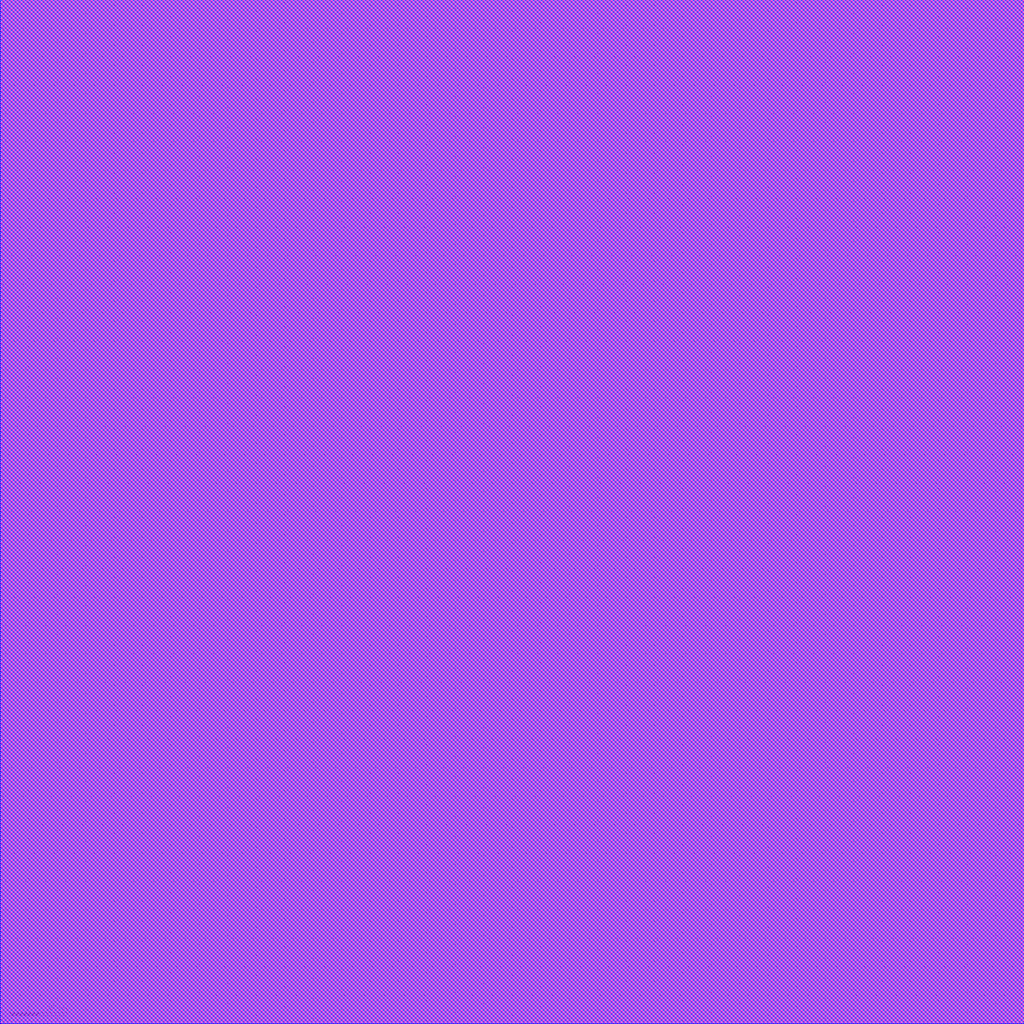
<source format=lef>
# Autogenerated file; please don't edit
# date: 2024-05-13 13:33:15.410823

########################################################################
#
# Copyright 2024 IHP PDK Authors
# 
# Licensed under the Apache License, Version 2.0 (the "License");
# you may not use this file except in compliance with the License.
# You may obtain a copy of the License at
# 
#    https://www.apache.org/licenses/LICENSE-2.0
# 
# Unless required by applicable law or agreed to in writing, software
# distributed under the License is distributed on an "AS IS" BASIS,
# WITHOUT WARRANTIES OR CONDITIONS OF ANY KIND, either express or implied.
# See the License for the specific language governing permissions and
# limitations under the License.
#
########################################################################

VERSION 5.7 ;

SITE sg13g2_ioSite
    CLASS PAD ;
    SYMMETRY R90 ;
    SIZE 1.00 BY 180.00 ;
END sg13g2_ioSite

MACRO sg13g2_Corner
    CLASS PAD SPACER ;
    ORIGIN 0.000 0.000 ;
    FOREIGN sg13g2_Corner 0.000 0.000 ;
    SIZE 180.000 BY 180.000 ;
    SYMMETRY X Y R90 ;
    SITE sg13g2_ioSite ;
  PIN iovdd
    DIRECTION INOUT ;
    USE POWER ;
  END iovdd
  PIN iovss
    DIRECTION INOUT ;
    USE GROUND ;
  END iovss
  PIN vdd
    DIRECTION INOUT ;
    USE POWER ;
  END vdd
  PIN vss
    DIRECTION INOUT ;
    USE GROUND ;
  END vss
  OBS
    LAYER Metal1 ;
      RECT 0.000 0.000 180.000 180.000 ;
    LAYER Metal2 ;
      RECT 0.000 0.000 180.000 180.000 ;
    LAYER Metal3 ;
      RECT 0.000 0.000 180.000 180.000 ;
    LAYER Metal4 ;
      RECT 0.000 0.000 180.000 180.000 ;
    LAYER Metal5 ;
      RECT 0.000 0.000 180.000 180.000 ;
    LAYER TopMetal1 ;
      RECT 0.000 0.000 180.000 180.000 ;
    LAYER TopMetal2 ;
      RECT 0.000 0.000 180.000 180.000 ;
    LAYER Via1 ;
      RECT 0.000 0.000 180.000 180.000 ;
    LAYER Via2 ;
      RECT 0.000 0.000 180.000 180.000 ;
  END
END sg13g2_Corner

MACRO sg13g2_Filler200
    CLASS PAD SPACER ;
    ORIGIN 0.000 0.000 ;
    FOREIGN sg13g2_Filler200 0.000 0.000 ;
    SIZE 1.000 BY 180.000 ;
    SYMMETRY X Y R90 ;
    SITE sg13g2_ioSite ;
  PIN iovdd
    DIRECTION INOUT ;
    USE POWER ;
  END iovdd
  PIN iovss
    DIRECTION INOUT ;
    USE GROUND ;
  END iovss
  PIN vdd
    DIRECTION INOUT ;
    USE POWER ;
  END vdd
  PIN vss
    DIRECTION INOUT ;
    USE GROUND ;
  END vss
  OBS
    LAYER Metal1 ;
      RECT 0.000 0.000 1.000 180.000 ;
    LAYER Metal2 ;
      RECT 0.000 0.000 1.000 180.000 ;
    LAYER Metal3 ;
      RECT 0.000 0.000 1.000 178.000 ;
    LAYER Metal4 ;
      RECT 0.000 0.000 1.000 178.000 ;
    LAYER Metal5 ;
      RECT 0.000 0.000 1.000 178.000 ;
    LAYER TopMetal1 ;
      RECT 0.000 0.000 1.000 178.000 ;
    LAYER TopMetal2 ;
      RECT 0.000 8.500 1.000 132.500 ;
    LAYER Via1 ;
      RECT 0.000 0.000 1.000 180.000 ;
    LAYER Via2 ;
      RECT 0.000 0.000 1.000 180.000 ;
  END
END sg13g2_Filler200

MACRO sg13g2_Filler400
    CLASS PAD SPACER ;
    ORIGIN 0.000 0.000 ;
    FOREIGN sg13g2_Filler400 0.000 0.000 ;
    SIZE 2.000 BY 180.000 ;
    SYMMETRY X Y R90 ;
    SITE sg13g2_ioSite ;
  PIN iovdd
    DIRECTION INOUT ;
    USE POWER ;
  END iovdd
  PIN iovss
    DIRECTION INOUT ;
    USE GROUND ;
  END iovss
  PIN vdd
    DIRECTION INOUT ;
    USE POWER ;
  END vdd
  PIN vss
    DIRECTION INOUT ;
    USE GROUND ;
  END vss
  OBS
    LAYER Metal1 ;
      RECT 0.000 0.000 2.000 180.000 ;
    LAYER Metal2 ;
      RECT 0.000 0.000 2.000 180.000 ;
    LAYER Metal3 ;
      RECT 0.000 0.000 2.000 178.000 ;
    LAYER Metal4 ;
      RECT 0.000 0.000 2.000 178.000 ;
    LAYER Metal5 ;
      RECT 0.000 0.000 2.000 178.000 ;
    LAYER TopMetal1 ;
      RECT 0.000 0.000 2.000 178.000 ;
    LAYER TopMetal2 ;
      RECT 0.000 8.500 2.000 132.500 ;
    LAYER Via1 ;
      RECT 0.000 0.000 2.000 180.000 ;
    LAYER Via2 ;
      RECT 0.000 0.000 2.000 180.000 ;
  END
END sg13g2_Filler400

MACRO sg13g2_Filler1000
    CLASS PAD SPACER ;
    ORIGIN 0.000 0.000 ;
    FOREIGN sg13g2_Filler1000 0.000 0.000 ;
    SIZE 5.000 BY 180.000 ;
    SYMMETRY X Y R90 ;
    SITE sg13g2_ioSite ;
  PIN iovdd
    DIRECTION INOUT ;
    USE POWER ;
  END iovdd
  PIN iovss
    DIRECTION INOUT ;
    USE GROUND ;
  END iovss
  PIN vdd
    DIRECTION INOUT ;
    USE POWER ;
  END vdd
  PIN vss
    DIRECTION INOUT ;
    USE GROUND ;
  END vss
  OBS
    LAYER Metal1 ;
      RECT 0.000 0.000 5.000 180.000 ;
    LAYER Metal2 ;
      RECT 0.000 0.000 5.000 180.000 ;
    LAYER Metal3 ;
      RECT 0.000 0.000 5.000 178.000 ;
    LAYER Metal4 ;
      RECT 0.000 0.000 5.000 178.000 ;
    LAYER Metal5 ;
      RECT 0.000 0.000 5.000 178.000 ;
    LAYER TopMetal1 ;
      RECT 0.000 0.000 5.000 178.000 ;
    LAYER TopMetal2 ;
      RECT 0.000 8.500 5.000 132.500 ;
    LAYER Via1 ;
      RECT 0.000 0.000 5.000 180.000 ;
    LAYER Via2 ;
      RECT 0.000 0.000 5.000 180.000 ;
  END
END sg13g2_Filler1000

MACRO sg13g2_Filler2000
    CLASS PAD SPACER ;
    ORIGIN 0.000 0.000 ;
    FOREIGN sg13g2_Filler2000 0.000 0.000 ;
    SIZE 10.000 BY 180.000 ;
    SYMMETRY X Y R90 ;
    SITE sg13g2_ioSite ;
  PIN iovdd
    DIRECTION INOUT ;
    USE POWER ;
  END iovdd
  PIN iovss
    DIRECTION INOUT ;
    USE GROUND ;
  END iovss
  PIN vdd
    DIRECTION INOUT ;
    USE POWER ;
  END vdd
  PIN vss
    DIRECTION INOUT ;
    USE GROUND ;
  END vss
  OBS
    LAYER Metal1 ;
      RECT 0.000 0.000 10.000 180.000 ;
    LAYER Metal2 ;
      RECT 0.000 0.000 10.000 180.000 ;
    LAYER Metal3 ;
      RECT 0.000 0.000 10.000 178.000 ;
    LAYER Metal4 ;
      RECT 0.000 0.000 10.000 178.000 ;
    LAYER Metal5 ;
      RECT 0.000 0.000 10.000 178.000 ;
    LAYER TopMetal1 ;
      RECT 0.000 0.000 10.000 178.000 ;
    LAYER TopMetal2 ;
      RECT 0.000 8.500 10.000 132.500 ;
    LAYER Via1 ;
      RECT 0.000 0.000 10.000 180.000 ;
    LAYER Via2 ;
      RECT 0.000 0.000 10.000 180.000 ;
  END
END sg13g2_Filler2000

MACRO sg13g2_Filler4000
    CLASS PAD SPACER ;
    ORIGIN 0.000 0.000 ;
    FOREIGN sg13g2_Filler4000 0.000 0.000 ;
    SIZE 20.000 BY 180.000 ;
    SYMMETRY X Y R90 ;
    SITE sg13g2_ioSite ;
  PIN iovdd
    DIRECTION INOUT ;
    USE POWER ;
  END iovdd
  PIN iovss
    DIRECTION INOUT ;
    USE GROUND ;
  END iovss
  PIN vdd
    DIRECTION INOUT ;
    USE POWER ;
  END vdd
  PIN vss
    DIRECTION INOUT ;
    USE GROUND ;
  END vss
  OBS
    LAYER Metal1 ;
      RECT 0.000 0.000 20.000 180.000 ;
    LAYER Metal2 ;
      RECT 0.000 0.000 20.000 180.000 ;
    LAYER Metal3 ;
      RECT 0.000 0.000 20.000 178.000 ;
    LAYER Metal4 ;
      RECT 0.000 0.000 20.000 178.000 ;
    LAYER Metal5 ;
      RECT 0.000 0.000 20.000 178.000 ;
    LAYER TopMetal1 ;
      RECT 0.000 0.000 20.000 178.000 ;
    LAYER TopMetal2 ;
      RECT 0.000 8.500 20.000 132.500 ;
    LAYER Via1 ;
      RECT 0.000 0.000 20.000 180.000 ;
    LAYER Via2 ;
      RECT 0.000 0.000 20.000 180.000 ;
  END
END sg13g2_Filler4000

MACRO sg13g2_Filler10000
    CLASS PAD SPACER ;
    ORIGIN 0.000 0.000 ;
    FOREIGN sg13g2_Filler10000 0.000 0.000 ;
    SIZE 50.000 BY 180.000 ;
    SYMMETRY X Y R90 ;
    SITE sg13g2_ioSite ;
  PIN iovdd
    DIRECTION INOUT ;
    USE POWER ;
  END iovdd
  PIN iovss
    DIRECTION INOUT ;
    USE GROUND ;
  END iovss
  PIN vdd
    DIRECTION INOUT ;
    USE POWER ;
  END vdd
  PIN vss
    DIRECTION INOUT ;
    USE GROUND ;
  END vss
  OBS
    LAYER Metal1 ;
      RECT 0.000 0.000 50.000 180.000 ;
    LAYER Metal2 ;
      RECT 0.000 0.000 50.000 180.000 ;
    LAYER Metal3 ;
      RECT 0.000 0.000 50.000 178.000 ;
    LAYER Metal4 ;
      RECT 0.000 0.000 50.000 178.000 ;
    LAYER Metal5 ;
      RECT 0.000 0.000 50.000 178.000 ;
    LAYER TopMetal1 ;
      RECT 0.000 0.000 50.000 178.000 ;
    LAYER TopMetal2 ;
      RECT 0.000 8.500 50.000 132.500 ;
    LAYER Via1 ;
      RECT 0.000 0.000 50.000 180.000 ;
    LAYER Via2 ;
      RECT 0.000 0.000 50.000 180.000 ;
  END
END sg13g2_Filler10000

MACRO sg13g2_IOPadIn
    CLASS PAD INPUT ;
    ORIGIN 0.000 0.000 ;
    FOREIGN sg13g2_IOPadIn 0.000 0.000 ;
    SIZE 80.000 BY 180.000 ;
    SYMMETRY X Y R90 ;
    SITE sg13g2_ioSite ;
  PIN iovdd
    DIRECTION INOUT ;
    USE POWER ;
  END iovdd
  PIN iovss
    DIRECTION INOUT ;
    USE GROUND ;
  END iovss
  PIN p2c
    DIRECTION OUTPUT ;
    USE SIGNAL ;
    PORT
      LAYER Metal2 ;
        RECT 39.830 157.810 40.120 180.000 ;
      LAYER Metal3 ;
        RECT 39.725 179.710 40.225 180.000 ;
    END
  END p2c
  PIN pad
    DIRECTION INOUT ;
    USE SIGNAL ;
    PORT
      LAYER Metal2 ;
        RECT 5.000 0.000 75.000 3.000 ;
      LAYER Metal3 ;
        RECT 5.000 0.000 75.000 3.000 ;
      LAYER Metal4 ;
        RECT 5.000 0.000 75.000 3.000 ;
      LAYER Metal5 ;
        RECT 5.000 0.000 75.000 3.000 ;
      LAYER TopMetal1 ;
        RECT 5.000 0.000 75.000 3.000 ;
      LAYER TopMetal2 ;
        RECT 5.000 0.000 75.000 3.000 ;
    END
  END pad
  PIN vdd
    DIRECTION INOUT ;
    USE POWER ;
  END vdd
  PIN vss
    DIRECTION INOUT ;
    USE GROUND ;
  END vss
  OBS
    LAYER Metal1 ;
      RECT 0.000 0.000 80.000 180.000 ;
    LAYER Metal2 ;
      RECT 0.000 0.000 80.000 180.000 ;
    LAYER Metal3 ;
      RECT 0.000 0.000 80.000 178.000 ;
    LAYER Metal4 ;
      RECT 0.000 0.000 80.000 178.000 ;
    LAYER Metal5 ;
      RECT 0.000 0.000 80.000 178.000 ;
    LAYER TopMetal1 ;
      RECT 0.000 0.000 80.000 178.000 ;
    LAYER TopMetal2 ;
      RECT 0.000 0.000 80.000 132.500 ;
    LAYER Via1 ;
      RECT 0.000 0.000 80.000 180.000 ;
    LAYER Via2 ;
      RECT 0.000 0.000 80.000 180.000 ;
  END
END sg13g2_IOPadIn

MACRO sg13g2_IOPadOut4mA
    CLASS PAD OUTPUT ;
    ORIGIN 0.000 0.000 ;
    FOREIGN sg13g2_IOPadOut4mA 0.000 0.000 ;
    SIZE 80.000 BY 180.000 ;
    SYMMETRY X Y R90 ;
    SITE sg13g2_ioSite ;
  PIN c2p
    DIRECTION INPUT ;
    USE SIGNAL ;
    PORT
      LAYER Metal2 ;
        RECT 38.145 167.000 41.855 180.000 ;
      LAYER Metal3 ;
        RECT 38.145 179.710 41.855 180.000 ;
    END
  END c2p
  PIN iovdd
    DIRECTION INOUT ;
    USE POWER ;
  END iovdd
  PIN iovss
    DIRECTION INOUT ;
    USE GROUND ;
  END iovss
  PIN pad
    DIRECTION INOUT ;
    USE SIGNAL ;
    PORT
      LAYER Metal2 ;
        RECT 5.000 0.000 75.000 3.000 ;
      LAYER Metal3 ;
        RECT 5.000 0.000 75.000 3.000 ;
      LAYER Metal4 ;
        RECT 5.000 0.000 75.000 3.000 ;
      LAYER Metal5 ;
        RECT 5.000 0.000 75.000 3.000 ;
      LAYER TopMetal1 ;
        RECT 5.000 0.000 75.000 3.000 ;
      LAYER TopMetal2 ;
        RECT 5.000 0.000 75.000 3.000 ;
    END
  END pad
  PIN vdd
    DIRECTION INOUT ;
    USE POWER ;
  END vdd
  PIN vss
    DIRECTION INOUT ;
    USE GROUND ;
  END vss
  OBS
    LAYER Metal1 ;
      RECT 0.000 0.000 80.000 180.000 ;
    LAYER Metal2 ;
      RECT 0.000 0.000 80.000 180.000 ;
    LAYER Metal3 ;
      RECT 0.000 0.000 80.000 178.000 ;
    LAYER Metal4 ;
      RECT 0.000 0.000 80.000 178.000 ;
    LAYER Metal5 ;
      RECT 0.000 0.000 80.000 178.000 ;
    LAYER TopMetal1 ;
      RECT 0.000 0.000 80.000 178.000 ;
    LAYER TopMetal2 ;
      RECT 0.000 0.000 80.000 132.500 ;
    LAYER Via1 ;
      RECT 0.000 0.000 80.000 180.000 ;
    LAYER Via2 ;
      RECT 0.000 0.000 80.000 180.000 ;
  END
END sg13g2_IOPadOut4mA

MACRO sg13g2_IOPadOut16mA
    CLASS PAD OUTPUT ;
    ORIGIN 0.000 0.000 ;
    FOREIGN sg13g2_IOPadOut16mA 0.000 0.000 ;
    SIZE 80.000 BY 180.000 ;
    SYMMETRY X Y R90 ;
    SITE sg13g2_ioSite ;
  PIN c2p
    DIRECTION INPUT ;
    USE SIGNAL ;
    PORT
      LAYER Metal2 ;
        RECT 38.145 167.000 41.855 180.000 ;
      LAYER Metal3 ;
        RECT 38.145 179.710 41.855 180.000 ;
    END
  END c2p
  PIN iovdd
    DIRECTION INOUT ;
    USE POWER ;
  END iovdd
  PIN iovss
    DIRECTION INOUT ;
    USE GROUND ;
  END iovss
  PIN pad
    DIRECTION INOUT ;
    USE SIGNAL ;
    PORT
      LAYER Metal2 ;
        RECT 5.000 0.000 75.000 3.000 ;
      LAYER Metal3 ;
        RECT 5.000 0.000 75.000 3.000 ;
      LAYER Metal4 ;
        RECT 5.000 0.000 75.000 3.000 ;
      LAYER Metal5 ;
        RECT 5.000 0.000 75.000 3.000 ;
      LAYER TopMetal1 ;
        RECT 5.000 0.000 75.000 3.000 ;
      LAYER TopMetal2 ;
        RECT 5.000 0.000 75.000 3.000 ;
    END
  END pad
  PIN vdd
    DIRECTION INOUT ;
    USE POWER ;
  END vdd
  PIN vss
    DIRECTION INOUT ;
    USE GROUND ;
  END vss
  OBS
    LAYER Metal1 ;
      RECT 0.000 0.000 80.000 180.000 ;
    LAYER Metal2 ;
      RECT 0.000 0.000 80.000 180.000 ;
    LAYER Metal3 ;
      RECT 0.000 0.000 80.000 178.000 ;
    LAYER Metal4 ;
      RECT 0.000 0.000 80.000 178.000 ;
    LAYER Metal5 ;
      RECT 0.000 0.000 80.000 178.000 ;
    LAYER TopMetal1 ;
      RECT 0.000 0.000 80.000 178.000 ;
    LAYER TopMetal2 ;
      RECT 0.000 0.000 80.000 132.500 ;
    LAYER Via1 ;
      RECT 0.000 0.000 80.000 180.000 ;
    LAYER Via2 ;
      RECT 0.000 0.000 80.000 180.000 ;
  END
END sg13g2_IOPadOut16mA

MACRO sg13g2_IOPadOut30mA
    CLASS PAD OUTPUT ;
    ORIGIN 0.000 0.000 ;
    FOREIGN sg13g2_IOPadOut30mA 0.000 0.000 ;
    SIZE 80.000 BY 180.000 ;
    SYMMETRY X Y R90 ;
    SITE sg13g2_ioSite ;
  PIN c2p
    DIRECTION INPUT ;
    USE SIGNAL ;
    PORT
      LAYER Metal2 ;
        RECT 38.145 167.000 41.855 180.000 ;
      LAYER Metal3 ;
        RECT 38.145 179.710 41.855 180.000 ;
    END
  END c2p
  PIN iovdd
    DIRECTION INOUT ;
    USE POWER ;
  END iovdd
  PIN iovss
    DIRECTION INOUT ;
    USE GROUND ;
  END iovss
  PIN pad
    DIRECTION INOUT ;
    USE SIGNAL ;
    PORT
      LAYER Metal2 ;
        RECT 5.000 0.000 75.000 3.000 ;
      LAYER Metal3 ;
        RECT 5.000 0.000 75.000 3.000 ;
      LAYER Metal4 ;
        RECT 5.000 0.000 75.000 3.000 ;
      LAYER Metal5 ;
        RECT 5.000 0.000 75.000 3.000 ;
      LAYER TopMetal1 ;
        RECT 5.000 0.000 75.000 3.000 ;
      LAYER TopMetal2 ;
        RECT 5.000 0.000 75.000 3.000 ;
    END
  END pad
  PIN vdd
    DIRECTION INOUT ;
    USE POWER ;
  END vdd
  PIN vss
    DIRECTION INOUT ;
    USE GROUND ;
  END vss
  OBS
    LAYER Metal1 ;
      RECT 0.000 0.000 80.000 180.000 ;
    LAYER Metal2 ;
      RECT 0.000 0.000 80.000 180.000 ;
    LAYER Metal3 ;
      RECT 0.000 0.000 80.000 178.000 ;
    LAYER Metal4 ;
      RECT 0.000 0.000 80.000 178.000 ;
    LAYER Metal5 ;
      RECT 0.000 0.000 80.000 178.000 ;
    LAYER TopMetal1 ;
      RECT 0.000 0.000 80.000 178.000 ;
    LAYER TopMetal2 ;
      RECT 0.000 0.000 80.000 132.500 ;
    LAYER Via1 ;
      RECT 0.000 0.000 80.000 180.000 ;
    LAYER Via2 ;
      RECT 0.000 0.000 80.000 180.000 ;
  END
END sg13g2_IOPadOut30mA

MACRO sg13g2_IOPadTriOut4mA
    CLASS PAD OUTPUT ;
    ORIGIN 0.000 0.000 ;
    FOREIGN sg13g2_IOPadTriOut4mA 0.000 0.000 ;
    SIZE 80.000 BY 180.000 ;
    SYMMETRY X Y R90 ;
    SITE sg13g2_ioSite ;
  PIN c2p
    DIRECTION INPUT ;
    USE SIGNAL ;
    PORT
      LAYER Metal2 ;
        RECT 38.330 178.090 38.620 180.000 ;
      LAYER Metal3 ;
        RECT 38.225 179.710 38.725 180.000 ;
    END
  END c2p
  PIN c2p_en
    DIRECTION INPUT ;
    USE SIGNAL ;
    PORT
      LAYER Metal2 ;
        RECT 41.380 174.045 41.670 180.000 ;
      LAYER Metal3 ;
        RECT 41.275 179.710 41.775 180.000 ;
    END
  END c2p_en
  PIN iovdd
    DIRECTION INOUT ;
    USE POWER ;
  END iovdd
  PIN iovss
    DIRECTION INOUT ;
    USE GROUND ;
  END iovss
  PIN pad
    DIRECTION INOUT ;
    USE SIGNAL ;
    PORT
      LAYER Metal2 ;
        RECT 5.000 0.000 75.000 3.000 ;
      LAYER Metal3 ;
        RECT 5.000 0.000 75.000 3.000 ;
      LAYER Metal4 ;
        RECT 5.000 0.000 75.000 3.000 ;
      LAYER Metal5 ;
        RECT 5.000 0.000 75.000 3.000 ;
      LAYER TopMetal1 ;
        RECT 5.000 0.000 75.000 3.000 ;
      LAYER TopMetal2 ;
        RECT 5.000 0.000 75.000 3.000 ;
    END
  END pad
  PIN vdd
    DIRECTION INOUT ;
    USE POWER ;
  END vdd
  PIN vss
    DIRECTION INOUT ;
    USE GROUND ;
  END vss
  OBS
    LAYER Metal1 ;
      RECT 0.000 0.000 80.000 180.000 ;
    LAYER Metal2 ;
      RECT 0.000 0.000 80.000 180.000 ;
    LAYER Metal3 ;
      RECT 0.000 0.000 80.000 178.000 ;
    LAYER Metal4 ;
      RECT 0.000 0.000 80.000 178.000 ;
    LAYER Metal5 ;
      RECT 0.000 0.000 80.000 178.000 ;
    LAYER TopMetal1 ;
      RECT 0.000 0.000 80.000 178.000 ;
    LAYER TopMetal2 ;
      RECT 0.000 0.000 80.000 132.500 ;
    LAYER Via1 ;
      RECT 0.000 0.000 80.000 180.000 ;
    LAYER Via2 ;
      RECT 0.000 0.000 80.000 180.000 ;
  END
END sg13g2_IOPadTriOut4mA

MACRO sg13g2_IOPadTriOut16mA
    CLASS PAD OUTPUT ;
    ORIGIN 0.000 0.000 ;
    FOREIGN sg13g2_IOPadTriOut16mA 0.000 0.000 ;
    SIZE 80.000 BY 180.000 ;
    SYMMETRY X Y R90 ;
    SITE sg13g2_ioSite ;
  PIN c2p
    DIRECTION INPUT ;
    USE SIGNAL ;
    PORT
      LAYER Metal2 ;
        RECT 38.330 178.090 38.620 180.000 ;
      LAYER Metal3 ;
        RECT 38.225 179.710 38.725 180.000 ;
    END
  END c2p
  PIN c2p_en
    DIRECTION INPUT ;
    USE SIGNAL ;
    PORT
      LAYER Metal2 ;
        RECT 41.380 174.045 41.670 180.000 ;
      LAYER Metal3 ;
        RECT 41.275 179.710 41.775 180.000 ;
    END
  END c2p_en
  PIN iovdd
    DIRECTION INOUT ;
    USE POWER ;
  END iovdd
  PIN iovss
    DIRECTION INOUT ;
    USE GROUND ;
  END iovss
  PIN pad
    DIRECTION INOUT ;
    USE SIGNAL ;
    PORT
      LAYER Metal2 ;
        RECT 5.000 0.000 75.000 3.000 ;
      LAYER Metal3 ;
        RECT 5.000 0.000 75.000 3.000 ;
      LAYER Metal4 ;
        RECT 5.000 0.000 75.000 3.000 ;
      LAYER Metal5 ;
        RECT 5.000 0.000 75.000 3.000 ;
      LAYER TopMetal1 ;
        RECT 5.000 0.000 75.000 3.000 ;
      LAYER TopMetal2 ;
        RECT 5.000 0.000 75.000 3.000 ;
    END
  END pad
  PIN vdd
    DIRECTION INOUT ;
    USE POWER ;
  END vdd
  PIN vss
    DIRECTION INOUT ;
    USE GROUND ;
  END vss
  OBS
    LAYER Metal1 ;
      RECT 0.000 0.000 80.000 180.000 ;
    LAYER Metal2 ;
      RECT 0.000 0.000 80.000 180.000 ;
    LAYER Metal3 ;
      RECT 0.000 0.000 80.000 178.000 ;
    LAYER Metal4 ;
      RECT 0.000 0.000 80.000 178.000 ;
    LAYER Metal5 ;
      RECT 0.000 0.000 80.000 178.000 ;
    LAYER TopMetal1 ;
      RECT 0.000 0.000 80.000 178.000 ;
    LAYER TopMetal2 ;
      RECT 0.000 0.000 80.000 132.500 ;
    LAYER Via1 ;
      RECT 0.000 0.000 80.000 180.000 ;
    LAYER Via2 ;
      RECT 0.000 0.000 80.000 180.000 ;
  END
END sg13g2_IOPadTriOut16mA

MACRO sg13g2_IOPadTriOut30mA
    CLASS PAD OUTPUT ;
    ORIGIN 0.000 0.000 ;
    FOREIGN sg13g2_IOPadTriOut30mA 0.000 0.000 ;
    SIZE 80.000 BY 180.000 ;
    SYMMETRY X Y R90 ;
    SITE sg13g2_ioSite ;
  PIN c2p
    DIRECTION INPUT ;
    USE SIGNAL ;
    PORT
      LAYER Metal2 ;
        RECT 38.330 178.090 38.620 180.000 ;
      LAYER Metal3 ;
        RECT 38.225 179.710 38.725 180.000 ;
    END
  END c2p
  PIN c2p_en
    DIRECTION INPUT ;
    USE SIGNAL ;
    PORT
      LAYER Metal2 ;
        RECT 41.380 174.045 41.670 180.000 ;
      LAYER Metal3 ;
        RECT 41.275 179.710 41.775 180.000 ;
    END
  END c2p_en
  PIN iovdd
    DIRECTION INOUT ;
    USE POWER ;
  END iovdd
  PIN iovss
    DIRECTION INOUT ;
    USE GROUND ;
  END iovss
  PIN pad
    DIRECTION INOUT ;
    USE SIGNAL ;
    PORT
      LAYER Metal2 ;
        RECT 5.000 0.000 75.000 3.000 ;
      LAYER Metal3 ;
        RECT 5.000 0.000 75.000 3.000 ;
      LAYER Metal4 ;
        RECT 5.000 0.000 75.000 3.000 ;
      LAYER Metal5 ;
        RECT 5.000 0.000 75.000 3.000 ;
      LAYER TopMetal1 ;
        RECT 5.000 0.000 75.000 3.000 ;
      LAYER TopMetal2 ;
        RECT 5.000 0.000 75.000 3.000 ;
    END
  END pad
  PIN vdd
    DIRECTION INOUT ;
    USE POWER ;
  END vdd
  PIN vss
    DIRECTION INOUT ;
    USE GROUND ;
  END vss
  OBS
    LAYER Metal1 ;
      RECT 0.000 0.000 80.000 180.000 ;
    LAYER Metal2 ;
      RECT 0.000 0.000 80.000 180.000 ;
    LAYER Metal3 ;
      RECT 0.000 0.000 80.000 178.000 ;
    LAYER Metal4 ;
      RECT 0.000 0.000 80.000 178.000 ;
    LAYER Metal5 ;
      RECT 0.000 0.000 80.000 178.000 ;
    LAYER TopMetal1 ;
      RECT 0.000 0.000 80.000 178.000 ;
    LAYER TopMetal2 ;
      RECT 0.000 0.000 80.000 132.500 ;
    LAYER Via1 ;
      RECT 0.000 0.000 80.000 180.000 ;
    LAYER Via2 ;
      RECT 0.000 0.000 80.000 180.000 ;
  END
END sg13g2_IOPadTriOut30mA

MACRO sg13g2_IOPadInOut4mA
    CLASS PAD INOUT ;
    ORIGIN 0.000 0.000 ;
    FOREIGN sg13g2_IOPadInOut4mA 0.000 0.000 ;
    SIZE 80.000 BY 180.000 ;
    SYMMETRY X Y R90 ;
    SITE sg13g2_ioSite ;
  PIN c2p
    DIRECTION INPUT ;
    USE SIGNAL ;
    PORT
      LAYER Metal2 ;
        RECT 18.330 178.090 18.620 180.000 ;
      LAYER Metal3 ;
        RECT 18.225 179.710 18.725 180.000 ;
    END
  END c2p
  PIN c2p_en
    DIRECTION INPUT ;
    USE SIGNAL ;
    PORT
      LAYER Metal2 ;
        RECT 21.380 174.045 21.670 180.000 ;
      LAYER Metal3 ;
        RECT 21.275 179.710 21.775 180.000 ;
    END
  END c2p_en
  PIN iovdd
    DIRECTION INOUT ;
    USE POWER ;
  END iovdd
  PIN iovss
    DIRECTION INOUT ;
    USE GROUND ;
  END iovss
  PIN p2c
    DIRECTION OUTPUT ;
    USE SIGNAL ;
    PORT
      LAYER Metal2 ;
        RECT 59.830 157.810 60.120 180.000 ;
      LAYER Metal3 ;
        RECT 59.725 179.710 60.225 180.000 ;
    END
  END p2c
  PIN pad
    DIRECTION INOUT ;
    USE SIGNAL ;
    PORT
      LAYER Metal2 ;
        RECT 5.000 0.000 75.000 3.000 ;
      LAYER Metal3 ;
        RECT 5.000 0.000 75.000 3.000 ;
      LAYER Metal4 ;
        RECT 5.000 0.000 75.000 3.000 ;
      LAYER Metal5 ;
        RECT 5.000 0.000 75.000 3.000 ;
      LAYER TopMetal1 ;
        RECT 5.000 0.000 75.000 3.000 ;
      LAYER TopMetal2 ;
        RECT 5.000 0.000 75.000 3.000 ;
    END
  END pad
  PIN vdd
    DIRECTION INOUT ;
    USE POWER ;
  END vdd
  PIN vss
    DIRECTION INOUT ;
    USE GROUND ;
  END vss
  OBS
    LAYER Metal1 ;
      RECT 0.000 0.000 80.000 180.000 ;
    LAYER Metal2 ;
      RECT 0.000 0.000 80.000 180.000 ;
    LAYER Metal3 ;
      RECT 0.000 0.000 80.000 178.000 ;
    LAYER Metal4 ;
      RECT 0.000 0.000 80.000 178.000 ;
    LAYER Metal5 ;
      RECT 0.000 0.000 80.000 178.000 ;
    LAYER TopMetal1 ;
      RECT 0.000 0.000 80.000 178.000 ;
    LAYER TopMetal2 ;
      RECT 0.000 0.000 80.000 132.500 ;
    LAYER Via1 ;
      RECT 0.000 0.000 80.000 180.000 ;
    LAYER Via2 ;
      RECT 0.000 0.000 80.000 180.000 ;
  END
END sg13g2_IOPadInOut4mA

MACRO sg13g2_IOPadInOut16mA
    CLASS PAD INOUT ;
    ORIGIN 0.000 0.000 ;
    FOREIGN sg13g2_IOPadInOut16mA 0.000 0.000 ;
    SIZE 80.000 BY 180.000 ;
    SYMMETRY X Y R90 ;
    SITE sg13g2_ioSite ;
  PIN c2p
    DIRECTION INPUT ;
    USE SIGNAL ;
    PORT
      LAYER Metal2 ;
        RECT 18.330 178.090 18.620 180.000 ;
      LAYER Metal3 ;
        RECT 18.225 179.710 18.725 180.000 ;
    END
  END c2p
  PIN c2p_en
    DIRECTION INPUT ;
    USE SIGNAL ;
    PORT
      LAYER Metal2 ;
        RECT 21.380 174.045 21.670 180.000 ;
      LAYER Metal3 ;
        RECT 21.275 179.710 21.775 180.000 ;
    END
  END c2p_en
  PIN iovdd
    DIRECTION INOUT ;
    USE POWER ;
  END iovdd
  PIN iovss
    DIRECTION INOUT ;
    USE GROUND ;
  END iovss
  PIN p2c
    DIRECTION OUTPUT ;
    USE SIGNAL ;
    PORT
      LAYER Metal2 ;
        RECT 59.830 157.810 60.120 180.000 ;
      LAYER Metal3 ;
        RECT 59.725 179.710 60.225 180.000 ;
    END
  END p2c
  PIN pad
    DIRECTION INOUT ;
    USE SIGNAL ;
    PORT
      LAYER Metal2 ;
        RECT 5.000 0.000 75.000 3.000 ;
      LAYER Metal3 ;
        RECT 5.000 0.000 75.000 3.000 ;
      LAYER Metal4 ;
        RECT 5.000 0.000 75.000 3.000 ;
      LAYER Metal5 ;
        RECT 5.000 0.000 75.000 3.000 ;
      LAYER TopMetal1 ;
        RECT 5.000 0.000 75.000 3.000 ;
      LAYER TopMetal2 ;
        RECT 5.000 0.000 75.000 3.000 ;
    END
  END pad
  PIN vdd
    DIRECTION INOUT ;
    USE POWER ;
  END vdd
  PIN vss
    DIRECTION INOUT ;
    USE GROUND ;
  END vss
  OBS
    LAYER Metal1 ;
      RECT 0.000 0.000 80.000 180.000 ;
    LAYER Metal2 ;
      RECT 0.000 0.000 80.000 180.000 ;
    LAYER Metal3 ;
      RECT 0.000 0.000 80.000 178.000 ;
    LAYER Metal4 ;
      RECT 0.000 0.000 80.000 178.000 ;
    LAYER Metal5 ;
      RECT 0.000 0.000 80.000 178.000 ;
    LAYER TopMetal1 ;
      RECT 0.000 0.000 80.000 178.000 ;
    LAYER TopMetal2 ;
      RECT 0.000 0.000 80.000 132.500 ;
    LAYER Via1 ;
      RECT 0.000 0.000 80.000 180.000 ;
    LAYER Via2 ;
      RECT 0.000 0.000 80.000 180.000 ;
  END
END sg13g2_IOPadInOut16mA

MACRO sg13g2_IOPadInOut30mA
    CLASS PAD INOUT ;
    ORIGIN 0.000 0.000 ;
    FOREIGN sg13g2_IOPadInOut30mA 0.000 0.000 ;
    SIZE 80.000 BY 180.000 ;
    SYMMETRY X Y R90 ;
    SITE sg13g2_ioSite ;
  PIN c2p
    DIRECTION INPUT ;
    USE SIGNAL ;
    PORT
      LAYER Metal2 ;
        RECT 18.330 178.090 18.620 180.000 ;
      LAYER Metal3 ;
        RECT 18.225 179.710 18.725 180.000 ;
    END
  END c2p
  PIN c2p_en
    DIRECTION INPUT ;
    USE SIGNAL ;
    PORT
      LAYER Metal2 ;
        RECT 21.380 174.045 21.670 180.000 ;
      LAYER Metal3 ;
        RECT 21.275 179.710 21.775 180.000 ;
    END
  END c2p_en
  PIN iovdd
    DIRECTION INOUT ;
    USE POWER ;
  END iovdd
  PIN iovss
    DIRECTION INOUT ;
    USE GROUND ;
  END iovss
  PIN p2c
    DIRECTION OUTPUT ;
    USE SIGNAL ;
    PORT
      LAYER Metal2 ;
        RECT 59.830 157.810 60.120 180.000 ;
      LAYER Metal3 ;
        RECT 59.725 179.710 60.225 180.000 ;
    END
  END p2c
  PIN pad
    DIRECTION INOUT ;
    USE SIGNAL ;
    PORT
      LAYER Metal2 ;
        RECT 5.000 0.000 75.000 3.000 ;
      LAYER Metal3 ;
        RECT 5.000 0.000 75.000 3.000 ;
      LAYER Metal4 ;
        RECT 5.000 0.000 75.000 3.000 ;
      LAYER Metal5 ;
        RECT 5.000 0.000 75.000 3.000 ;
      LAYER TopMetal1 ;
        RECT 5.000 0.000 75.000 3.000 ;
      LAYER TopMetal2 ;
        RECT 5.000 0.000 75.000 3.000 ;
    END
  END pad
  PIN vdd
    DIRECTION INOUT ;
    USE POWER ;
  END vdd
  PIN vss
    DIRECTION INOUT ;
    USE GROUND ;
  END vss
  OBS
    LAYER Metal1 ;
      RECT 0.000 0.000 80.000 180.000 ;
    LAYER Metal2 ;
      RECT 0.000 0.000 80.000 180.000 ;
    LAYER Metal3 ;
      RECT 0.000 0.000 80.000 178.000 ;
    LAYER Metal4 ;
      RECT 0.000 0.000 80.000 178.000 ;
    LAYER Metal5 ;
      RECT 0.000 0.000 80.000 178.000 ;
    LAYER TopMetal1 ;
      RECT 0.000 0.000 80.000 178.000 ;
    LAYER TopMetal2 ;
      RECT 0.000 0.000 80.000 132.500 ;
    LAYER Via1 ;
      RECT 0.000 0.000 80.000 180.000 ;
    LAYER Via2 ;
      RECT 0.000 0.000 80.000 180.000 ;
  END
END sg13g2_IOPadInOut30mA

MACRO sg13g2_IOPadAnalog
    CLASS PAD INOUT ;
    ORIGIN 0.000 0.000 ;
    FOREIGN sg13g2_IOPadAnalog 0.000 0.000 ;
    SIZE 80.000 BY 180.000 ;
    SYMMETRY X Y R90 ;
    SITE sg13g2_ioSite ;
  PIN iovdd
    DIRECTION INOUT ;
    USE POWER ;
  END iovdd
  PIN iovss
    DIRECTION INOUT ;
    USE GROUND ;
  END iovss
  PIN pad
    DIRECTION INOUT ;
    USE SIGNAL ;
    PORT
      LAYER Metal2 ;
        RECT 26.105 179.000 50.875 180.000 ;
      LAYER Metal3 ;
        RECT 26.105 179.710 50.875 180.000 ;
    END
    PORT
      LAYER Metal2 ;
        RECT 5.000 0.000 75.000 3.000 ;
      LAYER Metal3 ;
        RECT 5.000 0.000 75.000 3.000 ;
      LAYER Metal4 ;
        RECT 5.000 0.000 75.000 3.000 ;
      LAYER Metal5 ;
        RECT 5.000 0.000 75.000 3.000 ;
      LAYER TopMetal1 ;
        RECT 5.000 0.000 75.000 3.000 ;
      LAYER TopMetal2 ;
        RECT 5.000 0.000 75.000 3.000 ;
    END
  END pad
  PIN padres
    DIRECTION INOUT ;
    USE SIGNAL ;
    PORT
      LAYER Metal2 ;
        RECT 57.460 147.180 57.750 180.000 ;
      LAYER Metal3 ;
        RECT 57.355 179.710 57.855 180.000 ;
    END
  END padres
  PIN vdd
    DIRECTION INOUT ;
    USE POWER ;
  END vdd
  PIN vss
    DIRECTION INOUT ;
    USE GROUND ;
  END vss
  OBS
    LAYER Metal1 ;
      RECT 0.000 0.000 80.000 180.000 ;
    LAYER Metal2 ;
      RECT 0.000 0.000 80.000 180.000 ;
    LAYER Metal3 ;
      RECT 0.000 0.000 80.000 178.000 ;
    LAYER Metal4 ;
      RECT 0.000 0.000 80.000 178.000 ;
    LAYER Metal5 ;
      RECT 0.000 0.000 80.000 178.000 ;
    LAYER TopMetal1 ;
      RECT 0.000 0.000 80.000 178.000 ;
    LAYER TopMetal2 ;
      RECT 0.000 0.000 80.000 132.500 ;
    LAYER Via1 ;
      RECT 0.000 0.000 80.000 180.000 ;
    LAYER Via2 ;
      RECT 0.000 0.000 80.000 180.000 ;
  END
END sg13g2_IOPadAnalog

MACRO sg13g2_IOPadIOVss
    CLASS PAD POWER ;
    ORIGIN 0.000 0.000 ;
    FOREIGN sg13g2_IOPadIOVss 0.000 0.000 ;
    SIZE 80.000 BY 180.000 ;
    SYMMETRY X Y R90 ;
    SITE sg13g2_ioSite ;
  PIN iovdd
    DIRECTION INOUT ;
    USE POWER ;
  END iovdd
  PIN iovss
    DIRECTION INOUT ;
    USE GROUND ;
    PORT
      LAYER Metal2 ;
        RECT 5.000 0.000 75.000 3.000 ;
      LAYER Metal3 ;
        RECT 5.000 0.000 75.000 3.000 ;
      LAYER Metal4 ;
        RECT 5.000 0.000 75.000 3.000 ;
      LAYER Metal5 ;
        RECT 5.000 0.000 75.000 3.000 ;
      LAYER TopMetal1 ;
        RECT 5.000 0.000 75.000 3.000 ;
      LAYER TopMetal2 ;
        RECT 5.000 0.000 75.000 3.000 ;
    END
  END iovss
  PIN vdd
    DIRECTION INOUT ;
    USE POWER ;
  END vdd
  PIN vss
    DIRECTION INOUT ;
    USE GROUND ;
  END vss
  OBS
    LAYER Metal1 ;
      RECT 0.000 0.000 80.000 180.000 ;
    LAYER Metal2 ;
      RECT 0.000 0.000 80.000 180.000 ;
    LAYER Metal3 ;
      RECT 0.000 0.000 80.000 178.000 ;
    LAYER Metal4 ;
      RECT 0.000 0.000 80.000 178.000 ;
    LAYER Metal5 ;
      RECT 0.000 0.000 80.000 178.000 ;
    LAYER TopMetal1 ;
      RECT 0.000 0.000 80.000 178.000 ;
    LAYER TopMetal2 ;
      RECT 0.000 0.000 80.000 132.500 ;
    LAYER Via1 ;
      RECT 0.000 0.000 80.000 180.000 ;
    LAYER Via2 ;
      RECT 0.000 0.000 80.000 180.000 ;
  END
END sg13g2_IOPadIOVss

MACRO sg13g2_IOPadIOVdd
    CLASS PAD POWER ;
    ORIGIN 0.000 0.000 ;
    FOREIGN sg13g2_IOPadIOVdd 0.000 0.000 ;
    SIZE 80.000 BY 180.000 ;
    SYMMETRY X Y R90 ;
    SITE sg13g2_ioSite ;
  PIN iovdd
    DIRECTION INOUT ;
    USE POWER ;
    PORT
      LAYER Metal2 ;
        RECT 5.000 0.000 75.000 3.000 ;
      LAYER Metal3 ;
        RECT 5.000 0.000 75.000 3.000 ;
      LAYER Metal4 ;
        RECT 5.000 0.000 75.000 3.000 ;
      LAYER Metal5 ;
        RECT 5.000 0.000 75.000 3.000 ;
      LAYER TopMetal1 ;
        RECT 5.000 0.000 75.000 3.000 ;
      LAYER TopMetal2 ;
        RECT 5.000 0.000 75.000 3.000 ;
    END
  END iovdd
  PIN iovss
    DIRECTION INOUT ;
    USE GROUND ;
  END iovss
  PIN vdd
    DIRECTION INOUT ;
    USE POWER ;
  END vdd
  PIN vss
    DIRECTION INOUT ;
    USE GROUND ;
  END vss
  OBS
    LAYER Metal1 ;
      RECT 0.000 0.000 80.000 180.000 ;
    LAYER Metal2 ;
      RECT 0.000 0.000 80.000 180.000 ;
    LAYER Metal3 ;
      RECT 0.000 0.000 80.000 178.000 ;
    LAYER Metal4 ;
      RECT 0.000 0.000 80.000 178.000 ;
    LAYER Metal5 ;
      RECT 0.000 0.000 80.000 178.000 ;
    LAYER TopMetal1 ;
      RECT 0.000 0.000 80.000 178.000 ;
    LAYER TopMetal2 ;
      RECT 0.000 0.000 80.000 132.500 ;
    LAYER Via1 ;
      RECT 0.000 0.000 80.000 180.000 ;
    LAYER Via2 ;
      RECT 0.000 0.000 80.000 180.000 ;
  END
END sg13g2_IOPadIOVdd

MACRO sg13g2_IOPadVss
    CLASS PAD POWER ;
    ORIGIN 0.000 0.000 ;
    FOREIGN sg13g2_IOPadVss 0.000 0.000 ;
    SIZE 80.000 BY 180.000 ;
    SYMMETRY X Y R90 ;
    SITE sg13g2_ioSite ;
  PIN iovdd
    DIRECTION INOUT ;
    USE POWER ;
  END iovdd
  PIN iovss
    DIRECTION INOUT ;
    USE GROUND ;
  END iovss
  PIN vdd
    DIRECTION INOUT ;
    USE POWER ;
  END vdd
  PIN vss
    DIRECTION INOUT ;
    USE GROUND ;
    PORT
      LAYER Metal2 ;
        RECT 5.000 0.000 75.000 3.000 ;
      LAYER Metal3 ;
        RECT 5.000 0.000 75.000 3.000 ;
      LAYER Metal4 ;
        RECT 5.000 0.000 75.000 3.000 ;
      LAYER Metal5 ;
        RECT 5.000 0.000 75.000 3.000 ;
      LAYER TopMetal1 ;
        RECT 5.000 0.000 75.000 3.000 ;
      LAYER TopMetal2 ;
        RECT 5.000 0.000 75.000 3.000 ;
    END
  END vss
  OBS
    LAYER Metal1 ;
      RECT 0.000 0.000 80.000 180.000 ;
    LAYER Metal2 ;
      RECT 0.000 0.000 80.000 180.000 ;
    LAYER Metal3 ;
      RECT 0.000 0.000 80.000 178.000 ;
    LAYER Metal4 ;
      RECT 0.000 0.000 80.000 178.000 ;
    LAYER Metal5 ;
      RECT 0.000 0.000 80.000 178.000 ;
    LAYER TopMetal1 ;
      RECT 0.000 0.000 80.000 178.000 ;
    LAYER TopMetal2 ;
      RECT 0.000 0.000 80.000 132.500 ;
    LAYER Via1 ;
      RECT 0.000 0.000 80.000 180.000 ;
    LAYER Via2 ;
      RECT 0.000 0.000 80.000 180.000 ;
  END
END sg13g2_IOPadVss

MACRO sg13g2_IOPadVdd
    CLASS PAD POWER ;
    ORIGIN 0.000 0.000 ;
    FOREIGN sg13g2_IOPadVdd 0.000 0.000 ;
    SIZE 80.000 BY 180.000 ;
    SYMMETRY X Y R90 ;
    SITE sg13g2_ioSite ;
  PIN iovdd
    DIRECTION INOUT ;
    USE POWER ;
  END iovdd
  PIN iovss
    DIRECTION INOUT ;
    USE GROUND ;
  END iovss
  PIN vdd
    DIRECTION INOUT ;
    USE POWER ;
    PORT
      LAYER Metal2 ;
        RECT 5.000 0.000 75.000 3.000 ;
      LAYER Metal3 ;
        RECT 5.000 0.000 75.000 3.000 ;
      LAYER Metal4 ;
        RECT 5.000 0.000 75.000 3.000 ;
      LAYER Metal5 ;
        RECT 5.000 0.000 75.000 3.000 ;
      LAYER TopMetal1 ;
        RECT 5.000 0.000 75.000 3.000 ;
      LAYER TopMetal2 ;
        RECT 5.000 0.000 75.000 3.000 ;
    END
  END vdd
  PIN vss
    DIRECTION INOUT ;
    USE GROUND ;
  END vss
  OBS
    LAYER Metal1 ;
      RECT 0.000 0.000 80.000 180.000 ;
    LAYER Metal2 ;
      RECT 0.000 0.000 80.000 180.000 ;
    LAYER Metal3 ;
      RECT 0.000 0.000 80.000 178.000 ;
    LAYER Metal4 ;
      RECT 0.000 0.000 80.000 178.000 ;
    LAYER Metal5 ;
      RECT 0.000 0.000 80.000 178.000 ;
    LAYER TopMetal1 ;
      RECT 0.000 0.000 80.000 178.000 ;
    LAYER TopMetal2 ;
      RECT 0.000 0.000 80.000 156.500 ;
    LAYER Via1 ;
      RECT 0.000 0.000 80.000 180.000 ;
    LAYER Via2 ;
      RECT 0.000 0.000 80.000 180.000 ;
  END
END sg13g2_IOPadVdd

</source>
